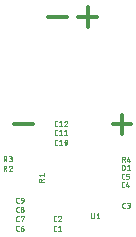
<source format=gbr>
G04 EAGLE Gerber RS-274X export*
G75*
%MOMM*%
%FSLAX34Y34*%
%LPD*%
%INSilkscreen Top*%
%IPPOS*%
%AMOC8*
5,1,8,0,0,1.08239X$1,22.5*%
G01*
%ADD10C,0.300000*%
%ADD11C,0.076200*%


D10*
X107000Y269000D02*
X123000Y269000D01*
X133000Y269000D02*
X149000Y269000D01*
X141000Y277000D02*
X141000Y260500D01*
X94500Y178000D02*
X78500Y178000D01*
X162000Y178000D02*
X178000Y178000D01*
X170000Y186000D02*
X170000Y169500D01*
D11*
X114015Y87756D02*
X113073Y87756D01*
X113014Y87758D01*
X112955Y87763D01*
X112896Y87773D01*
X112839Y87786D01*
X112782Y87802D01*
X112726Y87822D01*
X112672Y87846D01*
X112619Y87873D01*
X112568Y87903D01*
X112519Y87936D01*
X112473Y87972D01*
X112428Y88011D01*
X112386Y88053D01*
X112347Y88098D01*
X112311Y88144D01*
X112278Y88193D01*
X112248Y88244D01*
X112221Y88297D01*
X112197Y88351D01*
X112177Y88407D01*
X112161Y88464D01*
X112148Y88521D01*
X112138Y88580D01*
X112133Y88639D01*
X112131Y88698D01*
X112131Y91052D01*
X112133Y91111D01*
X112138Y91170D01*
X112148Y91229D01*
X112161Y91286D01*
X112177Y91343D01*
X112197Y91399D01*
X112221Y91453D01*
X112248Y91506D01*
X112278Y91557D01*
X112311Y91606D01*
X112347Y91652D01*
X112386Y91697D01*
X112428Y91739D01*
X112473Y91778D01*
X112519Y91814D01*
X112568Y91847D01*
X112619Y91877D01*
X112672Y91904D01*
X112726Y91928D01*
X112782Y91948D01*
X112839Y91964D01*
X112896Y91977D01*
X112955Y91987D01*
X113014Y91992D01*
X113073Y91994D01*
X114015Y91994D01*
X115900Y91052D02*
X117077Y91994D01*
X117077Y87756D01*
X115900Y87756D02*
X118254Y87756D01*
X114879Y160506D02*
X113937Y160506D01*
X113878Y160508D01*
X113819Y160513D01*
X113760Y160523D01*
X113703Y160536D01*
X113646Y160552D01*
X113590Y160572D01*
X113536Y160596D01*
X113483Y160623D01*
X113432Y160653D01*
X113383Y160686D01*
X113337Y160722D01*
X113292Y160761D01*
X113250Y160803D01*
X113211Y160848D01*
X113175Y160894D01*
X113142Y160943D01*
X113112Y160994D01*
X113085Y161047D01*
X113061Y161101D01*
X113041Y161157D01*
X113025Y161214D01*
X113012Y161271D01*
X113002Y161330D01*
X112997Y161389D01*
X112995Y161448D01*
X112996Y161448D02*
X112996Y163802D01*
X112995Y163802D02*
X112997Y163861D01*
X113002Y163920D01*
X113012Y163979D01*
X113025Y164036D01*
X113041Y164093D01*
X113061Y164149D01*
X113085Y164203D01*
X113112Y164256D01*
X113142Y164307D01*
X113175Y164356D01*
X113211Y164402D01*
X113250Y164447D01*
X113292Y164489D01*
X113337Y164528D01*
X113383Y164564D01*
X113432Y164597D01*
X113483Y164627D01*
X113536Y164654D01*
X113590Y164678D01*
X113646Y164698D01*
X113703Y164714D01*
X113760Y164727D01*
X113819Y164737D01*
X113878Y164742D01*
X113937Y164744D01*
X114879Y164744D01*
X116765Y163802D02*
X117942Y164744D01*
X117942Y160506D01*
X116765Y160506D02*
X119119Y160506D01*
X121265Y162625D02*
X121267Y162738D01*
X121272Y162851D01*
X121281Y162964D01*
X121294Y163076D01*
X121311Y163188D01*
X121331Y163300D01*
X121354Y163410D01*
X121382Y163520D01*
X121412Y163629D01*
X121447Y163737D01*
X121484Y163843D01*
X121526Y163949D01*
X121570Y164053D01*
X121618Y164155D01*
X121638Y164209D01*
X121662Y164260D01*
X121689Y164310D01*
X121719Y164359D01*
X121752Y164405D01*
X121788Y164449D01*
X121827Y164490D01*
X121869Y164529D01*
X121913Y164565D01*
X121959Y164598D01*
X122007Y164628D01*
X122058Y164655D01*
X122109Y164678D01*
X122163Y164698D01*
X122217Y164714D01*
X122272Y164727D01*
X122329Y164737D01*
X122385Y164742D01*
X122442Y164744D01*
X122499Y164742D01*
X122555Y164737D01*
X122612Y164727D01*
X122667Y164714D01*
X122721Y164698D01*
X122775Y164678D01*
X122826Y164655D01*
X122877Y164628D01*
X122925Y164598D01*
X122971Y164565D01*
X123015Y164529D01*
X123057Y164490D01*
X123096Y164449D01*
X123132Y164405D01*
X123165Y164359D01*
X123195Y164310D01*
X123222Y164260D01*
X123246Y164209D01*
X123266Y164155D01*
X123314Y164053D01*
X123358Y163949D01*
X123400Y163843D01*
X123437Y163737D01*
X123472Y163629D01*
X123502Y163520D01*
X123530Y163410D01*
X123553Y163300D01*
X123573Y163188D01*
X123590Y163076D01*
X123603Y162964D01*
X123612Y162851D01*
X123617Y162738D01*
X123619Y162625D01*
X121264Y162625D02*
X121266Y162512D01*
X121271Y162399D01*
X121280Y162286D01*
X121293Y162174D01*
X121310Y162062D01*
X121330Y161950D01*
X121353Y161840D01*
X121381Y161730D01*
X121411Y161621D01*
X121446Y161513D01*
X121483Y161406D01*
X121525Y161301D01*
X121569Y161197D01*
X121617Y161094D01*
X121618Y161094D02*
X121638Y161041D01*
X121662Y160990D01*
X121689Y160940D01*
X121719Y160891D01*
X121752Y160845D01*
X121788Y160801D01*
X121827Y160760D01*
X121869Y160721D01*
X121913Y160685D01*
X121959Y160652D01*
X122007Y160622D01*
X122058Y160595D01*
X122109Y160572D01*
X122163Y160552D01*
X122217Y160536D01*
X122272Y160523D01*
X122329Y160513D01*
X122385Y160508D01*
X122442Y160506D01*
X123266Y161095D02*
X123314Y161197D01*
X123358Y161301D01*
X123400Y161407D01*
X123437Y161513D01*
X123472Y161621D01*
X123502Y161730D01*
X123530Y161840D01*
X123553Y161950D01*
X123573Y162062D01*
X123590Y162174D01*
X123603Y162286D01*
X123612Y162399D01*
X123617Y162512D01*
X123619Y162625D01*
X123266Y161095D02*
X123246Y161041D01*
X123222Y160990D01*
X123195Y160940D01*
X123165Y160891D01*
X123132Y160845D01*
X123096Y160801D01*
X123057Y160760D01*
X123015Y160721D01*
X122971Y160685D01*
X122925Y160652D01*
X122877Y160622D01*
X122826Y160595D01*
X122775Y160572D01*
X122721Y160552D01*
X122667Y160536D01*
X122612Y160523D01*
X122555Y160513D01*
X122499Y160508D01*
X122442Y160506D01*
X121500Y161448D02*
X123384Y163802D01*
X114879Y168506D02*
X113937Y168506D01*
X113878Y168508D01*
X113819Y168513D01*
X113760Y168523D01*
X113703Y168536D01*
X113646Y168552D01*
X113590Y168572D01*
X113536Y168596D01*
X113483Y168623D01*
X113432Y168653D01*
X113383Y168686D01*
X113337Y168722D01*
X113292Y168761D01*
X113250Y168803D01*
X113211Y168848D01*
X113175Y168894D01*
X113142Y168943D01*
X113112Y168994D01*
X113085Y169047D01*
X113061Y169101D01*
X113041Y169157D01*
X113025Y169214D01*
X113012Y169271D01*
X113002Y169330D01*
X112997Y169389D01*
X112995Y169448D01*
X112996Y169448D02*
X112996Y171802D01*
X112995Y171802D02*
X112997Y171861D01*
X113002Y171920D01*
X113012Y171979D01*
X113025Y172036D01*
X113041Y172093D01*
X113061Y172149D01*
X113085Y172203D01*
X113112Y172256D01*
X113142Y172307D01*
X113175Y172356D01*
X113211Y172402D01*
X113250Y172447D01*
X113292Y172489D01*
X113337Y172528D01*
X113383Y172564D01*
X113432Y172597D01*
X113483Y172627D01*
X113536Y172654D01*
X113590Y172678D01*
X113646Y172698D01*
X113703Y172714D01*
X113760Y172727D01*
X113819Y172737D01*
X113878Y172742D01*
X113937Y172744D01*
X114879Y172744D01*
X116765Y171802D02*
X117942Y172744D01*
X117942Y168506D01*
X116765Y168506D02*
X119119Y168506D01*
X121265Y171802D02*
X122442Y172744D01*
X122442Y168506D01*
X121265Y168506D02*
X123619Y168506D01*
X114879Y176506D02*
X113937Y176506D01*
X113878Y176508D01*
X113819Y176513D01*
X113760Y176523D01*
X113703Y176536D01*
X113646Y176552D01*
X113590Y176572D01*
X113536Y176596D01*
X113483Y176623D01*
X113432Y176653D01*
X113383Y176686D01*
X113337Y176722D01*
X113292Y176761D01*
X113250Y176803D01*
X113211Y176848D01*
X113175Y176894D01*
X113142Y176943D01*
X113112Y176994D01*
X113085Y177047D01*
X113061Y177101D01*
X113041Y177157D01*
X113025Y177214D01*
X113012Y177271D01*
X113002Y177330D01*
X112997Y177389D01*
X112995Y177448D01*
X112996Y177448D02*
X112996Y179802D01*
X112995Y179802D02*
X112997Y179861D01*
X113002Y179920D01*
X113012Y179979D01*
X113025Y180036D01*
X113041Y180093D01*
X113061Y180149D01*
X113085Y180203D01*
X113112Y180256D01*
X113142Y180307D01*
X113175Y180356D01*
X113211Y180402D01*
X113250Y180447D01*
X113292Y180489D01*
X113337Y180528D01*
X113383Y180564D01*
X113432Y180597D01*
X113483Y180627D01*
X113536Y180654D01*
X113590Y180678D01*
X113646Y180698D01*
X113703Y180714D01*
X113760Y180727D01*
X113819Y180737D01*
X113878Y180742D01*
X113937Y180744D01*
X114879Y180744D01*
X116765Y179802D02*
X117942Y180744D01*
X117942Y176506D01*
X116765Y176506D02*
X119119Y176506D01*
X122560Y180745D02*
X122624Y180743D01*
X122688Y180737D01*
X122751Y180728D01*
X122814Y180714D01*
X122875Y180697D01*
X122936Y180676D01*
X122995Y180652D01*
X123053Y180624D01*
X123108Y180592D01*
X123162Y180557D01*
X123214Y180519D01*
X123263Y180478D01*
X123310Y180435D01*
X123353Y180388D01*
X123394Y180339D01*
X123432Y180287D01*
X123467Y180233D01*
X123499Y180178D01*
X123527Y180120D01*
X123551Y180061D01*
X123572Y180000D01*
X123589Y179939D01*
X123603Y179876D01*
X123612Y179813D01*
X123618Y179749D01*
X123620Y179685D01*
X122560Y180744D02*
X122489Y180742D01*
X122418Y180737D01*
X122347Y180727D01*
X122277Y180714D01*
X122207Y180698D01*
X122139Y180677D01*
X122072Y180653D01*
X122006Y180626D01*
X121942Y180595D01*
X121879Y180561D01*
X121818Y180524D01*
X121759Y180484D01*
X121703Y180440D01*
X121649Y180394D01*
X121597Y180345D01*
X121548Y180293D01*
X121502Y180239D01*
X121458Y180182D01*
X121418Y180123D01*
X121381Y180063D01*
X121347Y180000D01*
X121316Y179935D01*
X121289Y179870D01*
X121265Y179802D01*
X123266Y178861D02*
X123312Y178908D01*
X123356Y178957D01*
X123396Y179009D01*
X123434Y179063D01*
X123468Y179119D01*
X123499Y179177D01*
X123527Y179237D01*
X123551Y179298D01*
X123572Y179360D01*
X123589Y179424D01*
X123602Y179489D01*
X123611Y179554D01*
X123617Y179619D01*
X123619Y179685D01*
X123266Y178860D02*
X121265Y176506D01*
X123619Y176506D01*
X114015Y96006D02*
X113073Y96006D01*
X113014Y96008D01*
X112955Y96013D01*
X112896Y96023D01*
X112839Y96036D01*
X112782Y96052D01*
X112726Y96072D01*
X112672Y96096D01*
X112619Y96123D01*
X112568Y96153D01*
X112519Y96186D01*
X112473Y96222D01*
X112428Y96261D01*
X112386Y96303D01*
X112347Y96348D01*
X112311Y96394D01*
X112278Y96443D01*
X112248Y96494D01*
X112221Y96547D01*
X112197Y96601D01*
X112177Y96657D01*
X112161Y96714D01*
X112148Y96771D01*
X112138Y96830D01*
X112133Y96889D01*
X112131Y96948D01*
X112131Y99302D01*
X112133Y99361D01*
X112138Y99420D01*
X112148Y99479D01*
X112161Y99536D01*
X112177Y99593D01*
X112197Y99649D01*
X112221Y99703D01*
X112248Y99756D01*
X112278Y99807D01*
X112311Y99856D01*
X112347Y99902D01*
X112386Y99947D01*
X112428Y99989D01*
X112473Y100028D01*
X112519Y100064D01*
X112568Y100097D01*
X112619Y100127D01*
X112672Y100154D01*
X112726Y100178D01*
X112782Y100198D01*
X112839Y100214D01*
X112896Y100227D01*
X112955Y100237D01*
X113014Y100242D01*
X113073Y100244D01*
X114015Y100244D01*
X117195Y100245D02*
X117259Y100243D01*
X117323Y100237D01*
X117386Y100228D01*
X117449Y100214D01*
X117510Y100197D01*
X117571Y100176D01*
X117630Y100152D01*
X117688Y100124D01*
X117743Y100092D01*
X117797Y100057D01*
X117849Y100019D01*
X117898Y99978D01*
X117945Y99935D01*
X117988Y99888D01*
X118029Y99839D01*
X118067Y99787D01*
X118102Y99733D01*
X118134Y99678D01*
X118162Y99620D01*
X118186Y99561D01*
X118207Y99500D01*
X118224Y99439D01*
X118238Y99376D01*
X118247Y99313D01*
X118253Y99249D01*
X118255Y99185D01*
X117195Y100244D02*
X117124Y100242D01*
X117053Y100237D01*
X116982Y100227D01*
X116912Y100214D01*
X116842Y100198D01*
X116774Y100177D01*
X116707Y100153D01*
X116641Y100126D01*
X116577Y100095D01*
X116514Y100061D01*
X116453Y100024D01*
X116394Y99984D01*
X116338Y99940D01*
X116284Y99894D01*
X116232Y99845D01*
X116183Y99793D01*
X116137Y99739D01*
X116093Y99682D01*
X116053Y99623D01*
X116016Y99563D01*
X115982Y99500D01*
X115951Y99435D01*
X115924Y99370D01*
X115900Y99302D01*
X117901Y98361D02*
X117947Y98408D01*
X117991Y98457D01*
X118031Y98509D01*
X118069Y98563D01*
X118103Y98619D01*
X118134Y98677D01*
X118162Y98737D01*
X118186Y98798D01*
X118207Y98860D01*
X118224Y98924D01*
X118237Y98989D01*
X118246Y99054D01*
X118252Y99119D01*
X118254Y99185D01*
X117901Y98360D02*
X115900Y96006D01*
X118254Y96006D01*
X171323Y107006D02*
X172265Y107006D01*
X171323Y107006D02*
X171264Y107008D01*
X171205Y107013D01*
X171146Y107023D01*
X171089Y107036D01*
X171032Y107052D01*
X170976Y107072D01*
X170922Y107096D01*
X170869Y107123D01*
X170818Y107153D01*
X170769Y107186D01*
X170723Y107222D01*
X170678Y107261D01*
X170636Y107303D01*
X170597Y107348D01*
X170561Y107394D01*
X170528Y107443D01*
X170498Y107494D01*
X170471Y107547D01*
X170447Y107601D01*
X170427Y107657D01*
X170411Y107714D01*
X170398Y107771D01*
X170388Y107830D01*
X170383Y107889D01*
X170381Y107948D01*
X170381Y110302D01*
X170383Y110361D01*
X170388Y110420D01*
X170398Y110479D01*
X170411Y110536D01*
X170427Y110593D01*
X170447Y110649D01*
X170471Y110703D01*
X170498Y110756D01*
X170528Y110807D01*
X170561Y110856D01*
X170597Y110902D01*
X170636Y110947D01*
X170678Y110989D01*
X170723Y111028D01*
X170769Y111064D01*
X170818Y111097D01*
X170869Y111127D01*
X170922Y111154D01*
X170976Y111178D01*
X171032Y111198D01*
X171089Y111214D01*
X171146Y111227D01*
X171205Y111237D01*
X171264Y111242D01*
X171323Y111244D01*
X172265Y111244D01*
X174150Y107006D02*
X175327Y107006D01*
X175394Y107008D01*
X175461Y107014D01*
X175528Y107023D01*
X175594Y107037D01*
X175659Y107054D01*
X175723Y107074D01*
X175785Y107099D01*
X175846Y107127D01*
X175906Y107158D01*
X175963Y107193D01*
X176019Y107231D01*
X176072Y107272D01*
X176123Y107316D01*
X176171Y107363D01*
X176217Y107412D01*
X176259Y107464D01*
X176299Y107519D01*
X176335Y107575D01*
X176368Y107634D01*
X176398Y107694D01*
X176424Y107756D01*
X176446Y107819D01*
X176465Y107884D01*
X176481Y107949D01*
X176492Y108015D01*
X176500Y108082D01*
X176504Y108149D01*
X176504Y108217D01*
X176500Y108284D01*
X176492Y108351D01*
X176481Y108417D01*
X176465Y108482D01*
X176446Y108547D01*
X176424Y108610D01*
X176398Y108672D01*
X176368Y108732D01*
X176335Y108791D01*
X176299Y108847D01*
X176259Y108902D01*
X176217Y108954D01*
X176171Y109003D01*
X176123Y109050D01*
X176072Y109094D01*
X176019Y109135D01*
X175963Y109173D01*
X175906Y109208D01*
X175846Y109239D01*
X175785Y109267D01*
X175723Y109292D01*
X175659Y109312D01*
X175594Y109329D01*
X175528Y109343D01*
X175461Y109352D01*
X175394Y109358D01*
X175327Y109360D01*
X175563Y111244D02*
X174150Y111244D01*
X175563Y111244D02*
X175623Y111242D01*
X175683Y111236D01*
X175743Y111227D01*
X175802Y111213D01*
X175860Y111196D01*
X175917Y111175D01*
X175972Y111151D01*
X176025Y111123D01*
X176077Y111091D01*
X176126Y111057D01*
X176174Y111019D01*
X176218Y110979D01*
X176260Y110935D01*
X176299Y110889D01*
X176336Y110841D01*
X176369Y110790D01*
X176398Y110738D01*
X176424Y110683D01*
X176447Y110627D01*
X176466Y110570D01*
X176481Y110512D01*
X176493Y110452D01*
X176501Y110392D01*
X176505Y110332D01*
X176505Y110272D01*
X176501Y110212D01*
X176493Y110152D01*
X176481Y110092D01*
X176466Y110034D01*
X176447Y109977D01*
X176424Y109921D01*
X176398Y109866D01*
X176369Y109814D01*
X176336Y109763D01*
X176299Y109715D01*
X176260Y109669D01*
X176218Y109625D01*
X176174Y109585D01*
X176126Y109547D01*
X176077Y109513D01*
X176025Y109481D01*
X175972Y109453D01*
X175917Y109429D01*
X175860Y109408D01*
X175802Y109391D01*
X175743Y109377D01*
X175683Y109368D01*
X175623Y109362D01*
X175563Y109360D01*
X174621Y109360D01*
X171765Y124506D02*
X170823Y124506D01*
X170764Y124508D01*
X170705Y124513D01*
X170646Y124523D01*
X170589Y124536D01*
X170532Y124552D01*
X170476Y124572D01*
X170422Y124596D01*
X170369Y124623D01*
X170318Y124653D01*
X170269Y124686D01*
X170223Y124722D01*
X170178Y124761D01*
X170136Y124803D01*
X170097Y124848D01*
X170061Y124894D01*
X170028Y124943D01*
X169998Y124994D01*
X169971Y125047D01*
X169947Y125101D01*
X169927Y125157D01*
X169911Y125214D01*
X169898Y125271D01*
X169888Y125330D01*
X169883Y125389D01*
X169881Y125448D01*
X169881Y127802D01*
X169883Y127861D01*
X169888Y127920D01*
X169898Y127979D01*
X169911Y128036D01*
X169927Y128093D01*
X169947Y128149D01*
X169971Y128203D01*
X169998Y128256D01*
X170028Y128307D01*
X170061Y128356D01*
X170097Y128402D01*
X170136Y128447D01*
X170178Y128489D01*
X170223Y128528D01*
X170269Y128564D01*
X170318Y128597D01*
X170369Y128627D01*
X170422Y128654D01*
X170476Y128678D01*
X170532Y128698D01*
X170589Y128714D01*
X170646Y128727D01*
X170705Y128737D01*
X170764Y128742D01*
X170823Y128744D01*
X171765Y128744D01*
X174592Y128744D02*
X173650Y125448D01*
X176004Y125448D01*
X175298Y126390D02*
X175298Y124506D01*
X171765Y131756D02*
X170823Y131756D01*
X170764Y131758D01*
X170705Y131763D01*
X170646Y131773D01*
X170589Y131786D01*
X170532Y131802D01*
X170476Y131822D01*
X170422Y131846D01*
X170369Y131873D01*
X170318Y131903D01*
X170269Y131936D01*
X170223Y131972D01*
X170178Y132011D01*
X170136Y132053D01*
X170097Y132098D01*
X170061Y132144D01*
X170028Y132193D01*
X169998Y132244D01*
X169971Y132297D01*
X169947Y132351D01*
X169927Y132407D01*
X169911Y132464D01*
X169898Y132521D01*
X169888Y132580D01*
X169883Y132639D01*
X169881Y132698D01*
X169881Y135052D01*
X169883Y135111D01*
X169888Y135170D01*
X169898Y135229D01*
X169911Y135286D01*
X169927Y135343D01*
X169947Y135399D01*
X169971Y135453D01*
X169998Y135506D01*
X170028Y135557D01*
X170061Y135606D01*
X170097Y135652D01*
X170136Y135697D01*
X170178Y135739D01*
X170223Y135778D01*
X170269Y135814D01*
X170318Y135847D01*
X170369Y135877D01*
X170422Y135904D01*
X170476Y135928D01*
X170532Y135948D01*
X170589Y135964D01*
X170646Y135977D01*
X170705Y135987D01*
X170764Y135992D01*
X170823Y135994D01*
X171765Y135994D01*
X173650Y131756D02*
X175063Y131756D01*
X175122Y131758D01*
X175181Y131763D01*
X175240Y131773D01*
X175297Y131786D01*
X175354Y131802D01*
X175410Y131822D01*
X175464Y131846D01*
X175517Y131873D01*
X175568Y131903D01*
X175617Y131936D01*
X175663Y131972D01*
X175708Y132011D01*
X175750Y132053D01*
X175789Y132098D01*
X175825Y132144D01*
X175858Y132193D01*
X175888Y132244D01*
X175915Y132297D01*
X175939Y132351D01*
X175959Y132407D01*
X175975Y132464D01*
X175988Y132521D01*
X175998Y132580D01*
X176003Y132639D01*
X176005Y132698D01*
X176004Y132698D02*
X176004Y133169D01*
X176005Y133169D02*
X176003Y133228D01*
X175998Y133287D01*
X175988Y133346D01*
X175975Y133403D01*
X175959Y133460D01*
X175939Y133516D01*
X175915Y133570D01*
X175888Y133623D01*
X175858Y133674D01*
X175825Y133723D01*
X175789Y133769D01*
X175750Y133814D01*
X175708Y133856D01*
X175663Y133895D01*
X175617Y133931D01*
X175568Y133964D01*
X175517Y133994D01*
X175464Y134021D01*
X175410Y134045D01*
X175354Y134065D01*
X175297Y134081D01*
X175240Y134094D01*
X175181Y134104D01*
X175122Y134109D01*
X175063Y134111D01*
X175063Y134110D02*
X173650Y134110D01*
X173650Y135994D01*
X176004Y135994D01*
X82379Y87506D02*
X81437Y87506D01*
X81378Y87508D01*
X81319Y87513D01*
X81260Y87523D01*
X81203Y87536D01*
X81146Y87552D01*
X81090Y87572D01*
X81036Y87596D01*
X80983Y87623D01*
X80932Y87653D01*
X80883Y87686D01*
X80837Y87722D01*
X80792Y87761D01*
X80750Y87803D01*
X80711Y87848D01*
X80675Y87894D01*
X80642Y87943D01*
X80612Y87994D01*
X80585Y88047D01*
X80561Y88101D01*
X80541Y88157D01*
X80525Y88214D01*
X80512Y88271D01*
X80502Y88330D01*
X80497Y88389D01*
X80495Y88448D01*
X80496Y88448D02*
X80496Y90802D01*
X80495Y90802D02*
X80497Y90861D01*
X80502Y90920D01*
X80512Y90979D01*
X80525Y91036D01*
X80541Y91093D01*
X80561Y91149D01*
X80585Y91203D01*
X80612Y91256D01*
X80642Y91307D01*
X80675Y91356D01*
X80711Y91402D01*
X80750Y91447D01*
X80792Y91489D01*
X80837Y91528D01*
X80883Y91564D01*
X80932Y91597D01*
X80983Y91627D01*
X81036Y91654D01*
X81090Y91678D01*
X81146Y91698D01*
X81203Y91714D01*
X81260Y91727D01*
X81319Y91737D01*
X81378Y91742D01*
X81437Y91744D01*
X82379Y91744D01*
X84265Y89860D02*
X85677Y89860D01*
X85677Y89861D02*
X85736Y89859D01*
X85795Y89854D01*
X85854Y89844D01*
X85911Y89831D01*
X85968Y89815D01*
X86024Y89795D01*
X86078Y89771D01*
X86131Y89744D01*
X86182Y89714D01*
X86231Y89681D01*
X86277Y89645D01*
X86322Y89606D01*
X86364Y89564D01*
X86403Y89519D01*
X86439Y89473D01*
X86472Y89424D01*
X86502Y89373D01*
X86529Y89320D01*
X86553Y89266D01*
X86573Y89210D01*
X86589Y89153D01*
X86602Y89096D01*
X86612Y89037D01*
X86617Y88978D01*
X86619Y88919D01*
X86619Y88683D01*
X86617Y88616D01*
X86611Y88549D01*
X86602Y88482D01*
X86588Y88416D01*
X86571Y88351D01*
X86551Y88287D01*
X86526Y88225D01*
X86498Y88164D01*
X86467Y88104D01*
X86432Y88047D01*
X86394Y87991D01*
X86353Y87938D01*
X86309Y87887D01*
X86262Y87839D01*
X86213Y87793D01*
X86161Y87751D01*
X86106Y87711D01*
X86050Y87675D01*
X85991Y87642D01*
X85931Y87612D01*
X85869Y87586D01*
X85806Y87564D01*
X85741Y87545D01*
X85676Y87529D01*
X85610Y87518D01*
X85543Y87510D01*
X85476Y87506D01*
X85408Y87506D01*
X85341Y87510D01*
X85274Y87518D01*
X85208Y87529D01*
X85143Y87545D01*
X85078Y87564D01*
X85015Y87586D01*
X84953Y87612D01*
X84893Y87642D01*
X84834Y87675D01*
X84778Y87711D01*
X84723Y87751D01*
X84671Y87793D01*
X84622Y87839D01*
X84575Y87887D01*
X84531Y87938D01*
X84490Y87991D01*
X84452Y88047D01*
X84417Y88104D01*
X84386Y88164D01*
X84358Y88225D01*
X84333Y88287D01*
X84313Y88351D01*
X84296Y88416D01*
X84282Y88482D01*
X84273Y88549D01*
X84267Y88616D01*
X84265Y88683D01*
X84265Y89860D01*
X84264Y89860D02*
X84266Y89945D01*
X84272Y90029D01*
X84281Y90113D01*
X84294Y90196D01*
X84311Y90279D01*
X84332Y90361D01*
X84356Y90442D01*
X84384Y90522D01*
X84416Y90600D01*
X84451Y90677D01*
X84489Y90753D01*
X84531Y90826D01*
X84576Y90898D01*
X84624Y90967D01*
X84675Y91035D01*
X84729Y91100D01*
X84786Y91162D01*
X84846Y91222D01*
X84908Y91279D01*
X84973Y91333D01*
X85041Y91384D01*
X85110Y91432D01*
X85182Y91477D01*
X85255Y91519D01*
X85331Y91557D01*
X85408Y91592D01*
X85486Y91624D01*
X85566Y91652D01*
X85647Y91676D01*
X85729Y91697D01*
X85812Y91714D01*
X85895Y91727D01*
X85979Y91736D01*
X86063Y91742D01*
X86148Y91744D01*
X82379Y95506D02*
X81437Y95506D01*
X81378Y95508D01*
X81319Y95513D01*
X81260Y95523D01*
X81203Y95536D01*
X81146Y95552D01*
X81090Y95572D01*
X81036Y95596D01*
X80983Y95623D01*
X80932Y95653D01*
X80883Y95686D01*
X80837Y95722D01*
X80792Y95761D01*
X80750Y95803D01*
X80711Y95848D01*
X80675Y95894D01*
X80642Y95943D01*
X80612Y95994D01*
X80585Y96047D01*
X80561Y96101D01*
X80541Y96157D01*
X80525Y96214D01*
X80512Y96271D01*
X80502Y96330D01*
X80497Y96389D01*
X80495Y96448D01*
X80496Y96448D02*
X80496Y98802D01*
X80495Y98802D02*
X80497Y98861D01*
X80502Y98920D01*
X80512Y98979D01*
X80525Y99036D01*
X80541Y99093D01*
X80561Y99149D01*
X80585Y99203D01*
X80612Y99256D01*
X80642Y99307D01*
X80675Y99356D01*
X80711Y99402D01*
X80750Y99447D01*
X80792Y99489D01*
X80837Y99528D01*
X80883Y99564D01*
X80932Y99597D01*
X80983Y99627D01*
X81036Y99654D01*
X81090Y99678D01*
X81146Y99698D01*
X81203Y99714D01*
X81260Y99727D01*
X81319Y99737D01*
X81378Y99742D01*
X81437Y99744D01*
X82379Y99744D01*
X84265Y99744D02*
X84265Y99273D01*
X84265Y99744D02*
X86619Y99744D01*
X85442Y95506D01*
X82379Y103506D02*
X81437Y103506D01*
X81378Y103508D01*
X81319Y103513D01*
X81260Y103523D01*
X81203Y103536D01*
X81146Y103552D01*
X81090Y103572D01*
X81036Y103596D01*
X80983Y103623D01*
X80932Y103653D01*
X80883Y103686D01*
X80837Y103722D01*
X80792Y103761D01*
X80750Y103803D01*
X80711Y103848D01*
X80675Y103894D01*
X80642Y103943D01*
X80612Y103994D01*
X80585Y104047D01*
X80561Y104101D01*
X80541Y104157D01*
X80525Y104214D01*
X80512Y104271D01*
X80502Y104330D01*
X80497Y104389D01*
X80495Y104448D01*
X80496Y104448D02*
X80496Y106802D01*
X80495Y106802D02*
X80497Y106861D01*
X80502Y106920D01*
X80512Y106979D01*
X80525Y107036D01*
X80541Y107093D01*
X80561Y107149D01*
X80585Y107203D01*
X80612Y107256D01*
X80642Y107307D01*
X80675Y107356D01*
X80711Y107402D01*
X80750Y107447D01*
X80792Y107489D01*
X80837Y107528D01*
X80883Y107564D01*
X80932Y107597D01*
X80983Y107627D01*
X81036Y107654D01*
X81090Y107678D01*
X81146Y107698D01*
X81203Y107714D01*
X81260Y107727D01*
X81319Y107737D01*
X81378Y107742D01*
X81437Y107744D01*
X82379Y107744D01*
X84265Y104683D02*
X84267Y104750D01*
X84273Y104817D01*
X84282Y104884D01*
X84296Y104950D01*
X84313Y105015D01*
X84333Y105079D01*
X84358Y105141D01*
X84386Y105202D01*
X84417Y105262D01*
X84452Y105319D01*
X84490Y105375D01*
X84531Y105428D01*
X84575Y105479D01*
X84622Y105527D01*
X84671Y105573D01*
X84723Y105615D01*
X84778Y105655D01*
X84834Y105691D01*
X84893Y105724D01*
X84953Y105754D01*
X85015Y105780D01*
X85078Y105802D01*
X85143Y105821D01*
X85208Y105837D01*
X85274Y105848D01*
X85341Y105856D01*
X85408Y105860D01*
X85476Y105860D01*
X85543Y105856D01*
X85610Y105848D01*
X85676Y105837D01*
X85741Y105821D01*
X85806Y105802D01*
X85869Y105780D01*
X85931Y105754D01*
X85991Y105724D01*
X86050Y105691D01*
X86106Y105655D01*
X86161Y105615D01*
X86213Y105573D01*
X86262Y105527D01*
X86309Y105479D01*
X86353Y105428D01*
X86394Y105375D01*
X86432Y105319D01*
X86467Y105262D01*
X86498Y105202D01*
X86526Y105141D01*
X86551Y105079D01*
X86571Y105015D01*
X86588Y104950D01*
X86602Y104884D01*
X86611Y104817D01*
X86617Y104750D01*
X86619Y104683D01*
X86617Y104616D01*
X86611Y104549D01*
X86602Y104482D01*
X86588Y104416D01*
X86571Y104351D01*
X86551Y104287D01*
X86526Y104225D01*
X86498Y104164D01*
X86467Y104104D01*
X86432Y104047D01*
X86394Y103991D01*
X86353Y103938D01*
X86309Y103887D01*
X86262Y103839D01*
X86213Y103793D01*
X86161Y103751D01*
X86106Y103711D01*
X86050Y103675D01*
X85991Y103642D01*
X85931Y103612D01*
X85869Y103586D01*
X85806Y103564D01*
X85741Y103545D01*
X85676Y103529D01*
X85610Y103518D01*
X85543Y103510D01*
X85476Y103506D01*
X85408Y103506D01*
X85341Y103510D01*
X85274Y103518D01*
X85208Y103529D01*
X85143Y103545D01*
X85078Y103564D01*
X85015Y103586D01*
X84953Y103612D01*
X84893Y103642D01*
X84834Y103675D01*
X84778Y103711D01*
X84723Y103751D01*
X84671Y103793D01*
X84622Y103839D01*
X84575Y103887D01*
X84531Y103938D01*
X84490Y103991D01*
X84452Y104047D01*
X84417Y104104D01*
X84386Y104164D01*
X84358Y104225D01*
X84333Y104287D01*
X84313Y104351D01*
X84296Y104416D01*
X84282Y104482D01*
X84273Y104549D01*
X84267Y104616D01*
X84265Y104683D01*
X84500Y106802D02*
X84502Y106862D01*
X84508Y106922D01*
X84517Y106982D01*
X84531Y107041D01*
X84548Y107099D01*
X84569Y107156D01*
X84593Y107211D01*
X84621Y107264D01*
X84653Y107316D01*
X84687Y107365D01*
X84725Y107413D01*
X84765Y107457D01*
X84809Y107499D01*
X84855Y107538D01*
X84903Y107575D01*
X84954Y107608D01*
X85006Y107637D01*
X85061Y107663D01*
X85117Y107686D01*
X85174Y107705D01*
X85232Y107720D01*
X85292Y107732D01*
X85352Y107740D01*
X85412Y107744D01*
X85472Y107744D01*
X85532Y107740D01*
X85592Y107732D01*
X85652Y107720D01*
X85710Y107705D01*
X85767Y107686D01*
X85823Y107663D01*
X85878Y107637D01*
X85930Y107608D01*
X85981Y107575D01*
X86029Y107538D01*
X86075Y107499D01*
X86119Y107457D01*
X86159Y107413D01*
X86197Y107365D01*
X86231Y107316D01*
X86263Y107264D01*
X86291Y107211D01*
X86315Y107156D01*
X86336Y107099D01*
X86353Y107041D01*
X86367Y106982D01*
X86376Y106922D01*
X86382Y106862D01*
X86384Y106802D01*
X86382Y106742D01*
X86376Y106682D01*
X86367Y106622D01*
X86353Y106563D01*
X86336Y106505D01*
X86315Y106448D01*
X86291Y106393D01*
X86263Y106340D01*
X86231Y106288D01*
X86197Y106239D01*
X86159Y106191D01*
X86119Y106147D01*
X86075Y106105D01*
X86029Y106066D01*
X85981Y106029D01*
X85930Y105996D01*
X85878Y105967D01*
X85823Y105941D01*
X85767Y105918D01*
X85710Y105899D01*
X85652Y105884D01*
X85592Y105872D01*
X85532Y105864D01*
X85472Y105860D01*
X85412Y105860D01*
X85352Y105864D01*
X85292Y105872D01*
X85232Y105884D01*
X85174Y105899D01*
X85117Y105918D01*
X85061Y105941D01*
X85006Y105967D01*
X84954Y105996D01*
X84903Y106029D01*
X84855Y106066D01*
X84809Y106105D01*
X84765Y106147D01*
X84725Y106191D01*
X84687Y106239D01*
X84653Y106288D01*
X84621Y106340D01*
X84593Y106393D01*
X84569Y106448D01*
X84548Y106505D01*
X84531Y106563D01*
X84517Y106622D01*
X84508Y106682D01*
X84502Y106742D01*
X84500Y106802D01*
X82379Y111506D02*
X81437Y111506D01*
X81378Y111508D01*
X81319Y111513D01*
X81260Y111523D01*
X81203Y111536D01*
X81146Y111552D01*
X81090Y111572D01*
X81036Y111596D01*
X80983Y111623D01*
X80932Y111653D01*
X80883Y111686D01*
X80837Y111722D01*
X80792Y111761D01*
X80750Y111803D01*
X80711Y111848D01*
X80675Y111894D01*
X80642Y111943D01*
X80612Y111994D01*
X80585Y112047D01*
X80561Y112101D01*
X80541Y112157D01*
X80525Y112214D01*
X80512Y112271D01*
X80502Y112330D01*
X80497Y112389D01*
X80495Y112448D01*
X80496Y112448D02*
X80496Y114802D01*
X80495Y114802D02*
X80497Y114861D01*
X80502Y114920D01*
X80512Y114979D01*
X80525Y115036D01*
X80541Y115093D01*
X80561Y115149D01*
X80585Y115203D01*
X80612Y115256D01*
X80642Y115307D01*
X80675Y115356D01*
X80711Y115402D01*
X80750Y115447D01*
X80792Y115489D01*
X80837Y115528D01*
X80883Y115564D01*
X80932Y115597D01*
X80983Y115627D01*
X81036Y115654D01*
X81090Y115678D01*
X81146Y115698D01*
X81203Y115714D01*
X81260Y115727D01*
X81319Y115737D01*
X81378Y115742D01*
X81437Y115744D01*
X82379Y115744D01*
X85206Y113390D02*
X86619Y113390D01*
X85206Y113389D02*
X85147Y113391D01*
X85088Y113396D01*
X85029Y113406D01*
X84972Y113419D01*
X84915Y113435D01*
X84859Y113455D01*
X84805Y113479D01*
X84752Y113506D01*
X84701Y113536D01*
X84652Y113569D01*
X84606Y113605D01*
X84561Y113644D01*
X84519Y113686D01*
X84480Y113731D01*
X84444Y113777D01*
X84411Y113826D01*
X84381Y113877D01*
X84354Y113930D01*
X84330Y113984D01*
X84310Y114040D01*
X84294Y114097D01*
X84281Y114155D01*
X84271Y114213D01*
X84266Y114272D01*
X84264Y114331D01*
X84265Y114331D02*
X84265Y114567D01*
X84267Y114634D01*
X84273Y114701D01*
X84282Y114768D01*
X84296Y114834D01*
X84313Y114899D01*
X84333Y114963D01*
X84358Y115025D01*
X84386Y115086D01*
X84417Y115146D01*
X84452Y115203D01*
X84490Y115259D01*
X84531Y115312D01*
X84575Y115363D01*
X84622Y115411D01*
X84671Y115457D01*
X84723Y115499D01*
X84778Y115539D01*
X84834Y115575D01*
X84893Y115608D01*
X84953Y115638D01*
X85015Y115664D01*
X85078Y115686D01*
X85143Y115705D01*
X85208Y115721D01*
X85274Y115732D01*
X85341Y115740D01*
X85408Y115744D01*
X85476Y115744D01*
X85543Y115740D01*
X85610Y115732D01*
X85676Y115721D01*
X85741Y115705D01*
X85806Y115686D01*
X85869Y115664D01*
X85931Y115638D01*
X85991Y115608D01*
X86050Y115575D01*
X86106Y115539D01*
X86161Y115499D01*
X86213Y115457D01*
X86262Y115411D01*
X86309Y115363D01*
X86353Y115312D01*
X86394Y115259D01*
X86432Y115203D01*
X86467Y115146D01*
X86498Y115086D01*
X86526Y115025D01*
X86551Y114963D01*
X86571Y114899D01*
X86588Y114834D01*
X86602Y114768D01*
X86611Y114701D01*
X86617Y114634D01*
X86619Y114567D01*
X86619Y113390D01*
X86617Y113305D01*
X86611Y113221D01*
X86602Y113137D01*
X86589Y113054D01*
X86572Y112971D01*
X86551Y112889D01*
X86527Y112808D01*
X86499Y112728D01*
X86467Y112650D01*
X86432Y112573D01*
X86394Y112497D01*
X86352Y112424D01*
X86307Y112352D01*
X86259Y112283D01*
X86208Y112215D01*
X86154Y112150D01*
X86097Y112088D01*
X86037Y112028D01*
X85975Y111971D01*
X85910Y111917D01*
X85842Y111866D01*
X85773Y111818D01*
X85701Y111773D01*
X85628Y111731D01*
X85552Y111693D01*
X85475Y111658D01*
X85397Y111626D01*
X85317Y111598D01*
X85236Y111574D01*
X85154Y111553D01*
X85071Y111536D01*
X84988Y111523D01*
X84904Y111514D01*
X84819Y111508D01*
X84735Y111506D01*
X69807Y138506D02*
X69807Y142744D01*
X70984Y142744D01*
X71051Y142742D01*
X71118Y142736D01*
X71185Y142727D01*
X71251Y142713D01*
X71316Y142696D01*
X71380Y142676D01*
X71442Y142651D01*
X71503Y142623D01*
X71563Y142592D01*
X71620Y142557D01*
X71676Y142519D01*
X71729Y142478D01*
X71780Y142434D01*
X71828Y142387D01*
X71874Y142338D01*
X71916Y142286D01*
X71956Y142231D01*
X71992Y142175D01*
X72025Y142116D01*
X72055Y142056D01*
X72081Y141994D01*
X72103Y141931D01*
X72122Y141866D01*
X72138Y141801D01*
X72149Y141735D01*
X72157Y141668D01*
X72161Y141601D01*
X72161Y141533D01*
X72157Y141466D01*
X72149Y141399D01*
X72138Y141333D01*
X72122Y141268D01*
X72103Y141203D01*
X72081Y141140D01*
X72055Y141078D01*
X72025Y141018D01*
X71992Y140959D01*
X71956Y140903D01*
X71916Y140848D01*
X71874Y140796D01*
X71828Y140747D01*
X71780Y140700D01*
X71729Y140656D01*
X71676Y140615D01*
X71620Y140577D01*
X71563Y140542D01*
X71503Y140511D01*
X71442Y140483D01*
X71380Y140458D01*
X71316Y140438D01*
X71251Y140421D01*
X71185Y140407D01*
X71118Y140398D01*
X71051Y140392D01*
X70984Y140390D01*
X69807Y140390D01*
X71219Y140390D02*
X72161Y138506D01*
X75560Y142745D02*
X75624Y142743D01*
X75688Y142737D01*
X75751Y142728D01*
X75814Y142714D01*
X75875Y142697D01*
X75936Y142676D01*
X75995Y142652D01*
X76053Y142624D01*
X76108Y142592D01*
X76162Y142557D01*
X76214Y142519D01*
X76263Y142478D01*
X76310Y142435D01*
X76353Y142388D01*
X76394Y142339D01*
X76432Y142287D01*
X76467Y142233D01*
X76499Y142178D01*
X76527Y142120D01*
X76551Y142061D01*
X76572Y142000D01*
X76589Y141939D01*
X76603Y141876D01*
X76612Y141813D01*
X76618Y141749D01*
X76620Y141685D01*
X75560Y142744D02*
X75489Y142742D01*
X75418Y142737D01*
X75347Y142727D01*
X75277Y142714D01*
X75207Y142698D01*
X75139Y142677D01*
X75072Y142653D01*
X75006Y142626D01*
X74942Y142595D01*
X74879Y142561D01*
X74818Y142524D01*
X74759Y142484D01*
X74703Y142440D01*
X74649Y142394D01*
X74597Y142345D01*
X74548Y142293D01*
X74502Y142239D01*
X74458Y142182D01*
X74418Y142123D01*
X74381Y142063D01*
X74347Y142000D01*
X74316Y141935D01*
X74289Y141870D01*
X74265Y141802D01*
X76266Y140861D02*
X76312Y140908D01*
X76356Y140957D01*
X76396Y141009D01*
X76434Y141063D01*
X76468Y141119D01*
X76499Y141177D01*
X76527Y141237D01*
X76551Y141298D01*
X76572Y141360D01*
X76589Y141424D01*
X76602Y141489D01*
X76611Y141554D01*
X76617Y141619D01*
X76619Y141685D01*
X76266Y140860D02*
X74265Y138506D01*
X76619Y138506D01*
X69807Y146506D02*
X69807Y150744D01*
X70984Y150744D01*
X71051Y150742D01*
X71118Y150736D01*
X71185Y150727D01*
X71251Y150713D01*
X71316Y150696D01*
X71380Y150676D01*
X71442Y150651D01*
X71503Y150623D01*
X71563Y150592D01*
X71620Y150557D01*
X71676Y150519D01*
X71729Y150478D01*
X71780Y150434D01*
X71828Y150387D01*
X71874Y150338D01*
X71916Y150286D01*
X71956Y150231D01*
X71992Y150175D01*
X72025Y150116D01*
X72055Y150056D01*
X72081Y149994D01*
X72103Y149931D01*
X72122Y149866D01*
X72138Y149801D01*
X72149Y149735D01*
X72157Y149668D01*
X72161Y149601D01*
X72161Y149533D01*
X72157Y149466D01*
X72149Y149399D01*
X72138Y149333D01*
X72122Y149268D01*
X72103Y149203D01*
X72081Y149140D01*
X72055Y149078D01*
X72025Y149018D01*
X71992Y148959D01*
X71956Y148903D01*
X71916Y148848D01*
X71874Y148796D01*
X71828Y148747D01*
X71780Y148700D01*
X71729Y148656D01*
X71676Y148615D01*
X71620Y148577D01*
X71563Y148542D01*
X71503Y148511D01*
X71442Y148483D01*
X71380Y148458D01*
X71316Y148438D01*
X71251Y148421D01*
X71185Y148407D01*
X71118Y148398D01*
X71051Y148392D01*
X70984Y148390D01*
X69807Y148390D01*
X71219Y148390D02*
X72161Y146506D01*
X74265Y146506D02*
X75442Y146506D01*
X75509Y146508D01*
X75576Y146514D01*
X75643Y146523D01*
X75709Y146537D01*
X75774Y146554D01*
X75838Y146574D01*
X75900Y146599D01*
X75961Y146627D01*
X76021Y146658D01*
X76078Y146693D01*
X76134Y146731D01*
X76187Y146772D01*
X76238Y146816D01*
X76286Y146863D01*
X76332Y146912D01*
X76374Y146964D01*
X76414Y147019D01*
X76450Y147075D01*
X76483Y147134D01*
X76513Y147194D01*
X76539Y147256D01*
X76561Y147319D01*
X76580Y147384D01*
X76596Y147449D01*
X76607Y147515D01*
X76615Y147582D01*
X76619Y147649D01*
X76619Y147717D01*
X76615Y147784D01*
X76607Y147851D01*
X76596Y147917D01*
X76580Y147982D01*
X76561Y148047D01*
X76539Y148110D01*
X76513Y148172D01*
X76483Y148232D01*
X76450Y148291D01*
X76414Y148347D01*
X76374Y148402D01*
X76332Y148454D01*
X76286Y148503D01*
X76238Y148550D01*
X76187Y148594D01*
X76134Y148635D01*
X76078Y148673D01*
X76021Y148708D01*
X75961Y148739D01*
X75900Y148767D01*
X75838Y148792D01*
X75774Y148812D01*
X75709Y148829D01*
X75643Y148843D01*
X75576Y148852D01*
X75509Y148858D01*
X75442Y148860D01*
X75677Y150744D02*
X74265Y150744D01*
X75677Y150744D02*
X75737Y150742D01*
X75797Y150736D01*
X75857Y150727D01*
X75916Y150713D01*
X75974Y150696D01*
X76031Y150675D01*
X76086Y150651D01*
X76139Y150623D01*
X76191Y150591D01*
X76240Y150557D01*
X76288Y150519D01*
X76332Y150479D01*
X76374Y150435D01*
X76413Y150389D01*
X76450Y150341D01*
X76483Y150290D01*
X76512Y150238D01*
X76538Y150183D01*
X76561Y150127D01*
X76580Y150070D01*
X76595Y150012D01*
X76607Y149952D01*
X76615Y149892D01*
X76619Y149832D01*
X76619Y149772D01*
X76615Y149712D01*
X76607Y149652D01*
X76595Y149592D01*
X76580Y149534D01*
X76561Y149477D01*
X76538Y149421D01*
X76512Y149366D01*
X76483Y149314D01*
X76450Y149263D01*
X76413Y149215D01*
X76374Y149169D01*
X76332Y149125D01*
X76288Y149085D01*
X76240Y149047D01*
X76191Y149013D01*
X76139Y148981D01*
X76086Y148953D01*
X76031Y148929D01*
X75974Y148908D01*
X75916Y148891D01*
X75857Y148877D01*
X75797Y148868D01*
X75737Y148862D01*
X75677Y148860D01*
X74735Y148860D01*
X143881Y102244D02*
X143881Y99183D01*
X143883Y99116D01*
X143889Y99049D01*
X143898Y98982D01*
X143912Y98916D01*
X143929Y98851D01*
X143949Y98787D01*
X143974Y98725D01*
X144002Y98664D01*
X144033Y98604D01*
X144068Y98547D01*
X144106Y98491D01*
X144147Y98438D01*
X144191Y98387D01*
X144238Y98339D01*
X144287Y98293D01*
X144339Y98251D01*
X144394Y98211D01*
X144450Y98175D01*
X144509Y98142D01*
X144569Y98112D01*
X144631Y98086D01*
X144694Y98064D01*
X144759Y98045D01*
X144824Y98029D01*
X144890Y98018D01*
X144957Y98010D01*
X145024Y98006D01*
X145092Y98006D01*
X145159Y98010D01*
X145226Y98018D01*
X145292Y98029D01*
X145357Y98045D01*
X145422Y98064D01*
X145485Y98086D01*
X145547Y98112D01*
X145607Y98142D01*
X145666Y98175D01*
X145722Y98211D01*
X145777Y98251D01*
X145829Y98293D01*
X145878Y98339D01*
X145925Y98387D01*
X145969Y98438D01*
X146010Y98491D01*
X146048Y98547D01*
X146083Y98604D01*
X146114Y98664D01*
X146142Y98725D01*
X146167Y98787D01*
X146187Y98851D01*
X146204Y98916D01*
X146218Y98982D01*
X146227Y99049D01*
X146233Y99116D01*
X146235Y99183D01*
X146235Y102244D01*
X148531Y101302D02*
X149708Y102244D01*
X149708Y98006D01*
X148531Y98006D02*
X150885Y98006D01*
X103669Y129307D02*
X99431Y129307D01*
X99431Y130484D01*
X99433Y130551D01*
X99439Y130618D01*
X99448Y130685D01*
X99462Y130751D01*
X99479Y130816D01*
X99499Y130880D01*
X99524Y130942D01*
X99552Y131003D01*
X99583Y131063D01*
X99618Y131120D01*
X99656Y131176D01*
X99697Y131229D01*
X99741Y131280D01*
X99788Y131328D01*
X99837Y131374D01*
X99889Y131416D01*
X99944Y131456D01*
X100000Y131492D01*
X100059Y131525D01*
X100119Y131555D01*
X100181Y131581D01*
X100244Y131603D01*
X100309Y131622D01*
X100374Y131638D01*
X100440Y131649D01*
X100507Y131657D01*
X100574Y131661D01*
X100642Y131661D01*
X100709Y131657D01*
X100776Y131649D01*
X100842Y131638D01*
X100907Y131622D01*
X100972Y131603D01*
X101035Y131581D01*
X101097Y131555D01*
X101157Y131525D01*
X101216Y131492D01*
X101272Y131456D01*
X101327Y131416D01*
X101379Y131374D01*
X101428Y131328D01*
X101475Y131280D01*
X101519Y131229D01*
X101560Y131176D01*
X101598Y131120D01*
X101633Y131063D01*
X101664Y131003D01*
X101692Y130942D01*
X101717Y130880D01*
X101737Y130816D01*
X101754Y130751D01*
X101768Y130685D01*
X101777Y130618D01*
X101783Y130551D01*
X101785Y130484D01*
X101785Y129307D01*
X101785Y130719D02*
X103669Y131661D01*
X100373Y133765D02*
X99431Y134942D01*
X103669Y134942D01*
X103669Y133765D02*
X103669Y136119D01*
X169881Y139131D02*
X169881Y143369D01*
X171058Y143369D01*
X171124Y143367D01*
X171190Y143362D01*
X171255Y143352D01*
X171320Y143339D01*
X171384Y143323D01*
X171447Y143303D01*
X171508Y143279D01*
X171569Y143252D01*
X171627Y143222D01*
X171684Y143189D01*
X171739Y143152D01*
X171792Y143112D01*
X171842Y143070D01*
X171890Y143024D01*
X171936Y142976D01*
X171978Y142926D01*
X172018Y142873D01*
X172055Y142818D01*
X172088Y142761D01*
X172118Y142703D01*
X172145Y142642D01*
X172169Y142581D01*
X172189Y142518D01*
X172205Y142454D01*
X172218Y142389D01*
X172228Y142324D01*
X172233Y142258D01*
X172235Y142192D01*
X172235Y140308D01*
X172233Y140240D01*
X172227Y140171D01*
X172217Y140104D01*
X172203Y140037D01*
X172186Y139970D01*
X172164Y139905D01*
X172139Y139842D01*
X172110Y139780D01*
X172077Y139720D01*
X172041Y139661D01*
X172002Y139605D01*
X171960Y139551D01*
X171914Y139500D01*
X171866Y139452D01*
X171815Y139406D01*
X171761Y139364D01*
X171705Y139325D01*
X171647Y139289D01*
X171586Y139256D01*
X171524Y139227D01*
X171461Y139202D01*
X171396Y139180D01*
X171329Y139163D01*
X171262Y139149D01*
X171195Y139139D01*
X171126Y139133D01*
X171058Y139131D01*
X169881Y139131D01*
X174531Y142427D02*
X175708Y143369D01*
X175708Y139131D01*
X174531Y139131D02*
X176885Y139131D01*
X169881Y146131D02*
X169881Y150369D01*
X171058Y150369D01*
X171125Y150367D01*
X171192Y150361D01*
X171259Y150352D01*
X171325Y150338D01*
X171390Y150321D01*
X171454Y150301D01*
X171516Y150276D01*
X171577Y150248D01*
X171637Y150217D01*
X171694Y150182D01*
X171750Y150144D01*
X171803Y150103D01*
X171854Y150059D01*
X171902Y150012D01*
X171948Y149963D01*
X171990Y149911D01*
X172030Y149856D01*
X172066Y149800D01*
X172099Y149741D01*
X172129Y149681D01*
X172155Y149619D01*
X172177Y149556D01*
X172196Y149491D01*
X172212Y149426D01*
X172223Y149360D01*
X172231Y149293D01*
X172235Y149226D01*
X172235Y149158D01*
X172231Y149091D01*
X172223Y149024D01*
X172212Y148958D01*
X172196Y148893D01*
X172177Y148828D01*
X172155Y148765D01*
X172129Y148703D01*
X172099Y148643D01*
X172066Y148584D01*
X172030Y148528D01*
X171990Y148473D01*
X171948Y148421D01*
X171902Y148372D01*
X171854Y148325D01*
X171803Y148281D01*
X171750Y148240D01*
X171694Y148202D01*
X171637Y148167D01*
X171577Y148136D01*
X171516Y148108D01*
X171454Y148083D01*
X171390Y148063D01*
X171325Y148046D01*
X171259Y148032D01*
X171192Y148023D01*
X171125Y148017D01*
X171058Y148015D01*
X169881Y148015D01*
X171294Y148015D02*
X172235Y146131D01*
X174339Y147073D02*
X175281Y150369D01*
X174339Y147073D02*
X176693Y147073D01*
X175987Y148015D02*
X175987Y146131D01*
M02*

</source>
